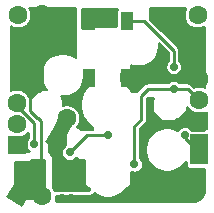
<source format=gtl>
G04 #@! TF.GenerationSoftware,KiCad,Pcbnew,(5.1.5)-3*
G04 #@! TF.CreationDate,2020-05-06T14:38:41+02:00*
G04 #@! TF.ProjectId,Cherry-Mx-Bitboard-Re-19.05mm,43686572-7279-42d4-9d78-2d426974626f,1*
G04 #@! TF.SameCoordinates,Original*
G04 #@! TF.FileFunction,Copper,L1,Top*
G04 #@! TF.FilePolarity,Positive*
%FSLAX46Y46*%
G04 Gerber Fmt 4.6, Leading zero omitted, Abs format (unit mm)*
G04 Created by KiCad (PCBNEW (5.1.5)-3) date 2020-05-06 14:38:41*
%MOMM*%
%LPD*%
G04 APERTURE LIST*
%ADD10R,2.600000X2.600000*%
%ADD11R,1.600000X2.600000*%
%ADD12C,1.600000*%
%ADD13C,0.100000*%
%ADD14R,1.000000X1.500000*%
%ADD15R,1.600000X1.600000*%
%ADD16C,0.700000*%
%ADD17C,0.300000*%
%ADD18C,0.250000*%
%ADD19C,0.254000*%
%ADD20C,0.200000*%
G04 APERTURE END LIST*
D10*
X89370000Y-59765000D03*
D11*
X100395000Y-57565000D03*
D12*
X89189223Y-54938357D03*
G04 #@! TA.AperFunction,ComponentPad*
D13*
G36*
X85339873Y-62469553D02*
G01*
X83990447Y-61609873D01*
X84850127Y-60260447D01*
X86199553Y-61120127D01*
X85339873Y-62469553D01*
G37*
G04 #@! TD.AperFunction*
D14*
X91033600Y-46659800D03*
X94233600Y-46659800D03*
X91033600Y-51559800D03*
X94233600Y-51559800D03*
D12*
X87045000Y-61515000D03*
G04 #@! TA.AperFunction,SMDPad,CuDef*
D13*
G36*
X88128280Y-57435882D02*
G01*
X87327058Y-56925447D01*
X88025548Y-55829038D01*
X88826770Y-56339473D01*
X88128280Y-57435882D01*
G37*
G04 #@! TD.AperFunction*
G04 #@! TA.AperFunction,SMDPad,CuDef*
G36*
X86220866Y-60429922D02*
G01*
X85419644Y-59919487D01*
X86118134Y-58823078D01*
X86919356Y-59333513D01*
X86220866Y-60429922D01*
G37*
G04 #@! TD.AperFunction*
D12*
X84963000Y-53615000D03*
D15*
X100345000Y-55165000D03*
D12*
X87045000Y-46115000D03*
X84963000Y-55415000D03*
X100345000Y-51565000D03*
D15*
X84963000Y-57215000D03*
D12*
X100345000Y-53365000D03*
X100245000Y-46215000D03*
X85045000Y-46215000D03*
D16*
X99145000Y-56315000D03*
X86395000Y-57115000D03*
X89395000Y-57815000D03*
X92670600Y-56339400D03*
X95445000Y-51215000D03*
X90545000Y-55165000D03*
X94895000Y-58815000D03*
X98245000Y-52415000D03*
X98245000Y-50615000D03*
X93145000Y-46815000D03*
X89545000Y-61715000D03*
X88745000Y-61715000D03*
X95845000Y-61215000D03*
X97845000Y-60615000D03*
X100045000Y-61015000D03*
D17*
X89370000Y-55119134D02*
X89189223Y-54938357D01*
D18*
X89370000Y-59765000D02*
X88213000Y-59765000D01*
X89189223Y-54938357D02*
X89189223Y-55520151D01*
X86895000Y-61365000D02*
X87045000Y-61515000D01*
X85095000Y-61365000D02*
X86895000Y-61365000D01*
X86868000Y-58928000D02*
X86169500Y-59626500D01*
X86995000Y-55130334D02*
X86995000Y-58928000D01*
X87045000Y-52265000D02*
X86069099Y-53240901D01*
X86069099Y-53240901D02*
X86069099Y-54331433D01*
X87045000Y-46115000D02*
X87045000Y-52265000D01*
X86755567Y-54890901D02*
X86995000Y-55130334D01*
X86628567Y-54890901D02*
X86755567Y-54890901D01*
X86069099Y-54331433D02*
X86628567Y-54890901D01*
X100491000Y-57565000D02*
X100869991Y-57565000D01*
X100112158Y-57565000D02*
X100914990Y-57565000D01*
X99145000Y-56315000D02*
X99145000Y-56597842D01*
X99145000Y-56597842D02*
X100112158Y-57565000D01*
X84963000Y-53615000D02*
X84963000Y-53720322D01*
X94233600Y-51809800D02*
X94995000Y-52571200D01*
X94233600Y-51559800D02*
X94233600Y-51809800D01*
X84963000Y-53615000D02*
X84963000Y-53897998D01*
X84963000Y-53615000D02*
X84963000Y-53883000D01*
X84963000Y-53883000D02*
X86395000Y-55315000D01*
X86395000Y-55315000D02*
X86395000Y-57115000D01*
X86395000Y-57115000D02*
X86395000Y-57115000D01*
X90870600Y-56339400D02*
X89594999Y-57615001D01*
X89594999Y-57615001D02*
X89395000Y-57815000D01*
X92670600Y-56339400D02*
X90870600Y-56339400D01*
X91033600Y-51559800D02*
X91033600Y-51809800D01*
X94895000Y-57815000D02*
X94895000Y-57815000D01*
X95420001Y-55039999D02*
X95420001Y-53039999D01*
X94895000Y-58815000D02*
X94895000Y-55565000D01*
X94895000Y-55565000D02*
X95420001Y-55039999D01*
X95689800Y-46659800D02*
X94233600Y-46659800D01*
X98245000Y-50615000D02*
X98245000Y-49215000D01*
X98245000Y-49215000D02*
X95689800Y-46659800D01*
X100345000Y-53365000D02*
X99395000Y-52415000D01*
X99395000Y-52415000D02*
X98245000Y-52415000D01*
X96045000Y-52415000D02*
X95420001Y-53039999D01*
X98245000Y-52415000D02*
X96045000Y-52415000D01*
X92989800Y-46659800D02*
X93145000Y-46815000D01*
X91033600Y-46659800D02*
X92989800Y-46659800D01*
D19*
G36*
X87249000Y-58500012D02*
G01*
X87249000Y-61090000D01*
X87260270Y-61209104D01*
X87295491Y-61328499D01*
X87353328Y-61438729D01*
X87431558Y-61535557D01*
X87518000Y-61607614D01*
X87518000Y-61675000D01*
X86154352Y-61675001D01*
X85448108Y-61654412D01*
X85285727Y-61638490D01*
X85168594Y-61603126D01*
X85060563Y-61545685D01*
X84965743Y-61468352D01*
X84887749Y-61374074D01*
X84829556Y-61266448D01*
X84793373Y-61149560D01*
X84777753Y-61000943D01*
X84784689Y-60299595D01*
X84785000Y-60296434D01*
X84785000Y-60268111D01*
X84785279Y-60239896D01*
X84785000Y-60236744D01*
X84785000Y-58653072D01*
X85763000Y-58653072D01*
X85887482Y-58640812D01*
X86007180Y-58604502D01*
X86117494Y-58545537D01*
X86214185Y-58466185D01*
X86234033Y-58442000D01*
X87205915Y-58442000D01*
X87249000Y-58500012D01*
G37*
X87249000Y-58500012D02*
X87249000Y-61090000D01*
X87260270Y-61209104D01*
X87295491Y-61328499D01*
X87353328Y-61438729D01*
X87431558Y-61535557D01*
X87518000Y-61607614D01*
X87518000Y-61675000D01*
X86154352Y-61675001D01*
X85448108Y-61654412D01*
X85285727Y-61638490D01*
X85168594Y-61603126D01*
X85060563Y-61545685D01*
X84965743Y-61468352D01*
X84887749Y-61374074D01*
X84829556Y-61266448D01*
X84793373Y-61149560D01*
X84777753Y-61000943D01*
X84784689Y-60299595D01*
X84785000Y-60296434D01*
X84785000Y-60268111D01*
X84785279Y-60239896D01*
X84785000Y-60236744D01*
X84785000Y-58653072D01*
X85763000Y-58653072D01*
X85887482Y-58640812D01*
X86007180Y-58604502D01*
X86117494Y-58545537D01*
X86214185Y-58466185D01*
X86234033Y-58442000D01*
X87205915Y-58442000D01*
X87249000Y-58500012D01*
G36*
X96400917Y-53413344D02*
G01*
X96348000Y-53679377D01*
X96348000Y-53950623D01*
X96400917Y-54216656D01*
X96504718Y-54467254D01*
X96655414Y-54692787D01*
X96847213Y-54884586D01*
X97072746Y-55035282D01*
X97323344Y-55139083D01*
X97589377Y-55192000D01*
X97860623Y-55192000D01*
X98126656Y-55139083D01*
X98377254Y-55035282D01*
X98408206Y-55014601D01*
X98503165Y-54995712D01*
X98726629Y-54903151D01*
X98927740Y-54768772D01*
X99098772Y-54597740D01*
X99233151Y-54396629D01*
X99325712Y-54173165D01*
X99358682Y-54007416D01*
X99430764Y-54115294D01*
X99594706Y-54279236D01*
X99787481Y-54408044D01*
X100001682Y-54496769D01*
X100229076Y-54542000D01*
X100460924Y-54542000D01*
X100688318Y-54496769D01*
X100763000Y-54465835D01*
X100763001Y-54796230D01*
X100763000Y-54796239D01*
X100763000Y-55886176D01*
X99732825Y-55886176D01*
X99709698Y-55851564D01*
X99608436Y-55750302D01*
X99489364Y-55670741D01*
X99357058Y-55615938D01*
X99216603Y-55588000D01*
X99073397Y-55588000D01*
X98932942Y-55615938D01*
X98800636Y-55670741D01*
X98681564Y-55750302D01*
X98580302Y-55851564D01*
X98542915Y-55907518D01*
X98534093Y-55901624D01*
X98192501Y-55760132D01*
X97829868Y-55688000D01*
X97460132Y-55688000D01*
X97097499Y-55760132D01*
X96755907Y-55901624D01*
X96448482Y-56107039D01*
X96187039Y-56368482D01*
X95981624Y-56675907D01*
X95840132Y-57017499D01*
X95768000Y-57380132D01*
X95768000Y-57749868D01*
X95840132Y-58112501D01*
X95981624Y-58454093D01*
X96187039Y-58761518D01*
X96448482Y-59022961D01*
X96755907Y-59228376D01*
X97097499Y-59369868D01*
X97460132Y-59442000D01*
X97829868Y-59442000D01*
X98192501Y-59369868D01*
X98534093Y-59228376D01*
X98841518Y-59022961D01*
X99102961Y-58761518D01*
X99216176Y-58592080D01*
X99216176Y-58865000D01*
X99223455Y-58938905D01*
X99245012Y-59009970D01*
X99280019Y-59075463D01*
X99327131Y-59132869D01*
X99384537Y-59179981D01*
X99450030Y-59214988D01*
X99521095Y-59236545D01*
X99595000Y-59243824D01*
X100763001Y-59243824D01*
X100763001Y-60246238D01*
X100763000Y-60813150D01*
X100760987Y-61015613D01*
X100742091Y-61208324D01*
X100692103Y-61373892D01*
X100610909Y-61526596D01*
X100501601Y-61660622D01*
X100368336Y-61770868D01*
X100216203Y-61853126D01*
X100050987Y-61904269D01*
X99860159Y-61924326D01*
X99142713Y-61933000D01*
X93685287Y-61933002D01*
X93163763Y-61933000D01*
X92126238Y-61933000D01*
X92126230Y-61933001D01*
X91888761Y-61932999D01*
X91851238Y-61932999D01*
X88280000Y-61933000D01*
X88280000Y-61470047D01*
X91142110Y-61491989D01*
X91218549Y-61484756D01*
X91289272Y-61463303D01*
X91354450Y-61428464D01*
X91411579Y-61381579D01*
X91458464Y-61324450D01*
X91493303Y-61259272D01*
X91494908Y-61253982D01*
X91755907Y-61428376D01*
X92097499Y-61569868D01*
X92460132Y-61642000D01*
X92829868Y-61642000D01*
X93192501Y-61569868D01*
X93534093Y-61428376D01*
X93841518Y-61222961D01*
X94102961Y-60961518D01*
X94191415Y-60829137D01*
X94211000Y-60831066D01*
X94231977Y-60829000D01*
X94231978Y-60829000D01*
X94294707Y-60822822D01*
X94375196Y-60798405D01*
X94449376Y-60758755D01*
X94514395Y-60705395D01*
X94567755Y-60640376D01*
X94607405Y-60566196D01*
X94631822Y-60485707D01*
X94640066Y-60402000D01*
X94638000Y-60381022D01*
X94638000Y-59495446D01*
X94682942Y-59514062D01*
X94823397Y-59542000D01*
X94966603Y-59542000D01*
X95107058Y-59514062D01*
X95239364Y-59459259D01*
X95358436Y-59379698D01*
X95459698Y-59278436D01*
X95539259Y-59159364D01*
X95594062Y-59027058D01*
X95622000Y-58886603D01*
X95622000Y-58743397D01*
X95594062Y-58602942D01*
X95539259Y-58470636D01*
X95459698Y-58351564D01*
X95397000Y-58288866D01*
X95397000Y-57839653D01*
X95399428Y-57815000D01*
X95397000Y-57790347D01*
X95397000Y-55772934D01*
X95757539Y-55412396D01*
X95776685Y-55396683D01*
X95792398Y-55377537D01*
X95792401Y-55377534D01*
X95839418Y-55320245D01*
X95886032Y-55233036D01*
X95914737Y-55138409D01*
X95916356Y-55121965D01*
X95922001Y-55064652D01*
X95922001Y-55064645D01*
X95924428Y-55039999D01*
X95922001Y-55015354D01*
X95922001Y-53247933D01*
X95977934Y-53192000D01*
X96492601Y-53192000D01*
X96400917Y-53413344D01*
G37*
X96400917Y-53413344D02*
X96348000Y-53679377D01*
X96348000Y-53950623D01*
X96400917Y-54216656D01*
X96504718Y-54467254D01*
X96655414Y-54692787D01*
X96847213Y-54884586D01*
X97072746Y-55035282D01*
X97323344Y-55139083D01*
X97589377Y-55192000D01*
X97860623Y-55192000D01*
X98126656Y-55139083D01*
X98377254Y-55035282D01*
X98408206Y-55014601D01*
X98503165Y-54995712D01*
X98726629Y-54903151D01*
X98927740Y-54768772D01*
X99098772Y-54597740D01*
X99233151Y-54396629D01*
X99325712Y-54173165D01*
X99358682Y-54007416D01*
X99430764Y-54115294D01*
X99594706Y-54279236D01*
X99787481Y-54408044D01*
X100001682Y-54496769D01*
X100229076Y-54542000D01*
X100460924Y-54542000D01*
X100688318Y-54496769D01*
X100763000Y-54465835D01*
X100763001Y-54796230D01*
X100763000Y-54796239D01*
X100763000Y-55886176D01*
X99732825Y-55886176D01*
X99709698Y-55851564D01*
X99608436Y-55750302D01*
X99489364Y-55670741D01*
X99357058Y-55615938D01*
X99216603Y-55588000D01*
X99073397Y-55588000D01*
X98932942Y-55615938D01*
X98800636Y-55670741D01*
X98681564Y-55750302D01*
X98580302Y-55851564D01*
X98542915Y-55907518D01*
X98534093Y-55901624D01*
X98192501Y-55760132D01*
X97829868Y-55688000D01*
X97460132Y-55688000D01*
X97097499Y-55760132D01*
X96755907Y-55901624D01*
X96448482Y-56107039D01*
X96187039Y-56368482D01*
X95981624Y-56675907D01*
X95840132Y-57017499D01*
X95768000Y-57380132D01*
X95768000Y-57749868D01*
X95840132Y-58112501D01*
X95981624Y-58454093D01*
X96187039Y-58761518D01*
X96448482Y-59022961D01*
X96755907Y-59228376D01*
X97097499Y-59369868D01*
X97460132Y-59442000D01*
X97829868Y-59442000D01*
X98192501Y-59369868D01*
X98534093Y-59228376D01*
X98841518Y-59022961D01*
X99102961Y-58761518D01*
X99216176Y-58592080D01*
X99216176Y-58865000D01*
X99223455Y-58938905D01*
X99245012Y-59009970D01*
X99280019Y-59075463D01*
X99327131Y-59132869D01*
X99384537Y-59179981D01*
X99450030Y-59214988D01*
X99521095Y-59236545D01*
X99595000Y-59243824D01*
X100763001Y-59243824D01*
X100763001Y-60246238D01*
X100763000Y-60813150D01*
X100760987Y-61015613D01*
X100742091Y-61208324D01*
X100692103Y-61373892D01*
X100610909Y-61526596D01*
X100501601Y-61660622D01*
X100368336Y-61770868D01*
X100216203Y-61853126D01*
X100050987Y-61904269D01*
X99860159Y-61924326D01*
X99142713Y-61933000D01*
X93685287Y-61933002D01*
X93163763Y-61933000D01*
X92126238Y-61933000D01*
X92126230Y-61933001D01*
X91888761Y-61932999D01*
X91851238Y-61932999D01*
X88280000Y-61933000D01*
X88280000Y-61470047D01*
X91142110Y-61491989D01*
X91218549Y-61484756D01*
X91289272Y-61463303D01*
X91354450Y-61428464D01*
X91411579Y-61381579D01*
X91458464Y-61324450D01*
X91493303Y-61259272D01*
X91494908Y-61253982D01*
X91755907Y-61428376D01*
X92097499Y-61569868D01*
X92460132Y-61642000D01*
X92829868Y-61642000D01*
X93192501Y-61569868D01*
X93534093Y-61428376D01*
X93841518Y-61222961D01*
X94102961Y-60961518D01*
X94191415Y-60829137D01*
X94211000Y-60831066D01*
X94231977Y-60829000D01*
X94231978Y-60829000D01*
X94294707Y-60822822D01*
X94375196Y-60798405D01*
X94449376Y-60758755D01*
X94514395Y-60705395D01*
X94567755Y-60640376D01*
X94607405Y-60566196D01*
X94631822Y-60485707D01*
X94640066Y-60402000D01*
X94638000Y-60381022D01*
X94638000Y-59495446D01*
X94682942Y-59514062D01*
X94823397Y-59542000D01*
X94966603Y-59542000D01*
X95107058Y-59514062D01*
X95239364Y-59459259D01*
X95358436Y-59379698D01*
X95459698Y-59278436D01*
X95539259Y-59159364D01*
X95594062Y-59027058D01*
X95622000Y-58886603D01*
X95622000Y-58743397D01*
X95594062Y-58602942D01*
X95539259Y-58470636D01*
X95459698Y-58351564D01*
X95397000Y-58288866D01*
X95397000Y-57839653D01*
X95399428Y-57815000D01*
X95397000Y-57790347D01*
X95397000Y-55772934D01*
X95757539Y-55412396D01*
X95776685Y-55396683D01*
X95792398Y-55377537D01*
X95792401Y-55377534D01*
X95839418Y-55320245D01*
X95886032Y-55233036D01*
X95914737Y-55138409D01*
X95916356Y-55121965D01*
X95922001Y-55064652D01*
X95922001Y-55064645D01*
X95924428Y-55039999D01*
X95922001Y-55015354D01*
X95922001Y-53247933D01*
X95977934Y-53192000D01*
X96492601Y-53192000D01*
X96400917Y-53413344D01*
G36*
X85893001Y-56588865D02*
G01*
X85830302Y-56651564D01*
X85750741Y-56770636D01*
X85695938Y-56902942D01*
X85668000Y-57043397D01*
X85668000Y-57186603D01*
X85695938Y-57327058D01*
X85750741Y-57459364D01*
X85830302Y-57578436D01*
X85931564Y-57679698D01*
X85932016Y-57680000D01*
X84527000Y-57680000D01*
X84527000Y-56508379D01*
X84619682Y-56546769D01*
X84847076Y-56592000D01*
X85078924Y-56592000D01*
X85306318Y-56546769D01*
X85520519Y-56458044D01*
X85713294Y-56329236D01*
X85877236Y-56165294D01*
X85893000Y-56141701D01*
X85893001Y-56588865D01*
G37*
X85893001Y-56588865D02*
X85830302Y-56651564D01*
X85750741Y-56770636D01*
X85695938Y-56902942D01*
X85668000Y-57043397D01*
X85668000Y-57186603D01*
X85695938Y-57327058D01*
X85750741Y-57459364D01*
X85830302Y-57578436D01*
X85931564Y-57679698D01*
X85932016Y-57680000D01*
X84527000Y-57680000D01*
X84527000Y-56508379D01*
X84619682Y-56546769D01*
X84847076Y-56592000D01*
X85078924Y-56592000D01*
X85306318Y-56546769D01*
X85520519Y-56458044D01*
X85713294Y-56329236D01*
X85877236Y-56165294D01*
X85893000Y-56141701D01*
X85893001Y-56588865D01*
G36*
X92126238Y-45697000D02*
G01*
X93420537Y-45697000D01*
X93418619Y-45699337D01*
X93383612Y-45764830D01*
X93362055Y-45835895D01*
X93354776Y-45909800D01*
X93354776Y-47098000D01*
X91079977Y-47098000D01*
X91059000Y-47095934D01*
X91038022Y-47098000D01*
X90975293Y-47104178D01*
X90894804Y-47128595D01*
X90820624Y-47168245D01*
X90755605Y-47221605D01*
X90702245Y-47286624D01*
X90701510Y-47288000D01*
X90422000Y-47288000D01*
X90422000Y-45697000D01*
X92126228Y-45696999D01*
X92126238Y-45697000D01*
G37*
X92126238Y-45697000D02*
X93420537Y-45697000D01*
X93418619Y-45699337D01*
X93383612Y-45764830D01*
X93362055Y-45835895D01*
X93354776Y-45909800D01*
X93354776Y-47098000D01*
X91079977Y-47098000D01*
X91059000Y-47095934D01*
X91038022Y-47098000D01*
X90975293Y-47104178D01*
X90894804Y-47128595D01*
X90820624Y-47168245D01*
X90755605Y-47221605D01*
X90702245Y-47286624D01*
X90701510Y-47288000D01*
X90422000Y-47288000D01*
X90422000Y-45697000D01*
X92126228Y-45696999D01*
X92126238Y-45697000D01*
G36*
X89490471Y-55340077D02*
G01*
X89031408Y-56258204D01*
X89022510Y-56281456D01*
X89018000Y-56315000D01*
X89018000Y-57192548D01*
X88931564Y-57250302D01*
X88830302Y-57351564D01*
X88750741Y-57470636D01*
X88695938Y-57602942D01*
X88668000Y-57743397D01*
X88668000Y-57886603D01*
X88695938Y-58027058D01*
X88750741Y-58159364D01*
X88830302Y-58278436D01*
X88931564Y-58379698D01*
X89050636Y-58459259D01*
X89182942Y-58514062D01*
X89323397Y-58542000D01*
X89466603Y-58542000D01*
X89607058Y-58514062D01*
X89739364Y-58459259D01*
X89858436Y-58379698D01*
X89944264Y-58293870D01*
X90055197Y-58404803D01*
X90074443Y-58420597D01*
X90096399Y-58432333D01*
X90120224Y-58439560D01*
X90145000Y-58442000D01*
X90609000Y-58442000D01*
X90609001Y-60381012D01*
X90606934Y-60402000D01*
X90615178Y-60485707D01*
X90639595Y-60566196D01*
X90679245Y-60640376D01*
X90732605Y-60705395D01*
X90797624Y-60758755D01*
X90871804Y-60798405D01*
X90952293Y-60822822D01*
X91015022Y-60829000D01*
X91015023Y-60829000D01*
X91018000Y-60829293D01*
X91018000Y-60987023D01*
X88090986Y-60964583D01*
X88088044Y-60957481D01*
X88011000Y-60842176D01*
X88011000Y-58290000D01*
X88008560Y-58265224D01*
X88001333Y-58241399D01*
X87985957Y-58214278D01*
X87630000Y-57734997D01*
X87630000Y-56805020D01*
X88588281Y-54739092D01*
X88634586Y-54692787D01*
X88718137Y-54567743D01*
X89490471Y-55340077D01*
G37*
X89490471Y-55340077D02*
X89031408Y-56258204D01*
X89022510Y-56281456D01*
X89018000Y-56315000D01*
X89018000Y-57192548D01*
X88931564Y-57250302D01*
X88830302Y-57351564D01*
X88750741Y-57470636D01*
X88695938Y-57602942D01*
X88668000Y-57743397D01*
X88668000Y-57886603D01*
X88695938Y-58027058D01*
X88750741Y-58159364D01*
X88830302Y-58278436D01*
X88931564Y-58379698D01*
X89050636Y-58459259D01*
X89182942Y-58514062D01*
X89323397Y-58542000D01*
X89466603Y-58542000D01*
X89607058Y-58514062D01*
X89739364Y-58459259D01*
X89858436Y-58379698D01*
X89944264Y-58293870D01*
X90055197Y-58404803D01*
X90074443Y-58420597D01*
X90096399Y-58432333D01*
X90120224Y-58439560D01*
X90145000Y-58442000D01*
X90609000Y-58442000D01*
X90609001Y-60381012D01*
X90606934Y-60402000D01*
X90615178Y-60485707D01*
X90639595Y-60566196D01*
X90679245Y-60640376D01*
X90732605Y-60705395D01*
X90797624Y-60758755D01*
X90871804Y-60798405D01*
X90952293Y-60822822D01*
X91015022Y-60829000D01*
X91015023Y-60829000D01*
X91018000Y-60829293D01*
X91018000Y-60987023D01*
X88090986Y-60964583D01*
X88088044Y-60957481D01*
X88011000Y-60842176D01*
X88011000Y-58290000D01*
X88008560Y-58265224D01*
X88001333Y-58241399D01*
X87985957Y-58214278D01*
X87630000Y-57734997D01*
X87630000Y-56805020D01*
X88588281Y-54739092D01*
X88634586Y-54692787D01*
X88718137Y-54567743D01*
X89490471Y-55340077D01*
D20*
G36*
X99297300Y-45635386D02*
G01*
X99261331Y-45689218D01*
X99177657Y-45891225D01*
X99135000Y-46105675D01*
X99135000Y-46324325D01*
X99177657Y-46538775D01*
X99261331Y-46740782D01*
X99382807Y-46922584D01*
X99537416Y-47077193D01*
X99719218Y-47198669D01*
X99921225Y-47282343D01*
X100135675Y-47325000D01*
X100354325Y-47325000D01*
X100568775Y-47282343D01*
X100770782Y-47198669D01*
X100823826Y-47163226D01*
X100830000Y-47321149D01*
X100830000Y-47749528D01*
X100830001Y-52364439D01*
X100668775Y-52297657D01*
X100454325Y-52255000D01*
X100235675Y-52255000D01*
X100021225Y-52297657D01*
X99930443Y-52335260D01*
X99717700Y-52122518D01*
X99704079Y-52105921D01*
X99637842Y-52051561D01*
X99562272Y-52011169D01*
X99480275Y-51986295D01*
X99416362Y-51980000D01*
X99416354Y-51980000D01*
X99395000Y-51977897D01*
X99373646Y-51980000D01*
X98743380Y-51980000D01*
X98665725Y-51902345D01*
X98557627Y-51830116D01*
X98437515Y-51780364D01*
X98310004Y-51755000D01*
X98179996Y-51755000D01*
X98052485Y-51780364D01*
X97932373Y-51830116D01*
X97824275Y-51902345D01*
X97746620Y-51980000D01*
X96066353Y-51980000D01*
X96044999Y-51977897D01*
X96023645Y-51980000D01*
X96023638Y-51980000D01*
X95968014Y-51985479D01*
X95959724Y-51986295D01*
X95934850Y-51993841D01*
X95877728Y-52011169D01*
X95802158Y-52051561D01*
X95735921Y-52105921D01*
X95722304Y-52122513D01*
X95129818Y-52715000D01*
X94688216Y-52715000D01*
X94439294Y-52342461D01*
X94117539Y-52020706D01*
X93745000Y-51771784D01*
X93745000Y-51060000D01*
X94216324Y-51060000D01*
X94234000Y-51061741D01*
X94251676Y-51060000D01*
X94304572Y-51054790D01*
X94372432Y-51034205D01*
X94434973Y-51000777D01*
X94489790Y-50955790D01*
X94534777Y-50900973D01*
X94568205Y-50838432D01*
X94588790Y-50770572D01*
X94595741Y-50700000D01*
X94594000Y-50682324D01*
X94594000Y-50449330D01*
X94657042Y-50475443D01*
X95006731Y-50545000D01*
X95363269Y-50545000D01*
X95712958Y-50475443D01*
X96042357Y-50339001D01*
X96338808Y-50140919D01*
X96590919Y-49888808D01*
X96789001Y-49592357D01*
X96925443Y-49262958D01*
X96995000Y-48913269D01*
X96995000Y-48580183D01*
X97810001Y-49395184D01*
X97810000Y-50116620D01*
X97732345Y-50194275D01*
X97660116Y-50302373D01*
X97610364Y-50422485D01*
X97585000Y-50549996D01*
X97585000Y-50680004D01*
X97610364Y-50807515D01*
X97660116Y-50927627D01*
X97732345Y-51035725D01*
X97824275Y-51127655D01*
X97932373Y-51199884D01*
X98052485Y-51249636D01*
X98179996Y-51275000D01*
X98310004Y-51275000D01*
X98437515Y-51249636D01*
X98557627Y-51199884D01*
X98665725Y-51127655D01*
X98757655Y-51035725D01*
X98829884Y-50927627D01*
X98879636Y-50807515D01*
X98905000Y-50680004D01*
X98905000Y-50549996D01*
X98879636Y-50422485D01*
X98829884Y-50302373D01*
X98757655Y-50194275D01*
X98680000Y-50116620D01*
X98680000Y-49236353D01*
X98682103Y-49214999D01*
X98680000Y-49193645D01*
X98680000Y-49193638D01*
X98673705Y-49129725D01*
X98648831Y-49047728D01*
X98608439Y-48972158D01*
X98554079Y-48905921D01*
X98537488Y-48892305D01*
X96245000Y-46599818D01*
X96245000Y-45629999D01*
X99139617Y-45629998D01*
X99297300Y-45635386D01*
G37*
X99297300Y-45635386D02*
X99261331Y-45689218D01*
X99177657Y-45891225D01*
X99135000Y-46105675D01*
X99135000Y-46324325D01*
X99177657Y-46538775D01*
X99261331Y-46740782D01*
X99382807Y-46922584D01*
X99537416Y-47077193D01*
X99719218Y-47198669D01*
X99921225Y-47282343D01*
X100135675Y-47325000D01*
X100354325Y-47325000D01*
X100568775Y-47282343D01*
X100770782Y-47198669D01*
X100823826Y-47163226D01*
X100830000Y-47321149D01*
X100830000Y-47749528D01*
X100830001Y-52364439D01*
X100668775Y-52297657D01*
X100454325Y-52255000D01*
X100235675Y-52255000D01*
X100021225Y-52297657D01*
X99930443Y-52335260D01*
X99717700Y-52122518D01*
X99704079Y-52105921D01*
X99637842Y-52051561D01*
X99562272Y-52011169D01*
X99480275Y-51986295D01*
X99416362Y-51980000D01*
X99416354Y-51980000D01*
X99395000Y-51977897D01*
X99373646Y-51980000D01*
X98743380Y-51980000D01*
X98665725Y-51902345D01*
X98557627Y-51830116D01*
X98437515Y-51780364D01*
X98310004Y-51755000D01*
X98179996Y-51755000D01*
X98052485Y-51780364D01*
X97932373Y-51830116D01*
X97824275Y-51902345D01*
X97746620Y-51980000D01*
X96066353Y-51980000D01*
X96044999Y-51977897D01*
X96023645Y-51980000D01*
X96023638Y-51980000D01*
X95968014Y-51985479D01*
X95959724Y-51986295D01*
X95934850Y-51993841D01*
X95877728Y-52011169D01*
X95802158Y-52051561D01*
X95735921Y-52105921D01*
X95722304Y-52122513D01*
X95129818Y-52715000D01*
X94688216Y-52715000D01*
X94439294Y-52342461D01*
X94117539Y-52020706D01*
X93745000Y-51771784D01*
X93745000Y-51060000D01*
X94216324Y-51060000D01*
X94234000Y-51061741D01*
X94251676Y-51060000D01*
X94304572Y-51054790D01*
X94372432Y-51034205D01*
X94434973Y-51000777D01*
X94489790Y-50955790D01*
X94534777Y-50900973D01*
X94568205Y-50838432D01*
X94588790Y-50770572D01*
X94595741Y-50700000D01*
X94594000Y-50682324D01*
X94594000Y-50449330D01*
X94657042Y-50475443D01*
X95006731Y-50545000D01*
X95363269Y-50545000D01*
X95712958Y-50475443D01*
X96042357Y-50339001D01*
X96338808Y-50140919D01*
X96590919Y-49888808D01*
X96789001Y-49592357D01*
X96925443Y-49262958D01*
X96995000Y-48913269D01*
X96995000Y-48580183D01*
X97810001Y-49395184D01*
X97810000Y-50116620D01*
X97732345Y-50194275D01*
X97660116Y-50302373D01*
X97610364Y-50422485D01*
X97585000Y-50549996D01*
X97585000Y-50680004D01*
X97610364Y-50807515D01*
X97660116Y-50927627D01*
X97732345Y-51035725D01*
X97824275Y-51127655D01*
X97932373Y-51199884D01*
X98052485Y-51249636D01*
X98179996Y-51275000D01*
X98310004Y-51275000D01*
X98437515Y-51249636D01*
X98557627Y-51199884D01*
X98665725Y-51127655D01*
X98757655Y-51035725D01*
X98829884Y-50927627D01*
X98879636Y-50807515D01*
X98905000Y-50680004D01*
X98905000Y-50549996D01*
X98879636Y-50422485D01*
X98829884Y-50302373D01*
X98757655Y-50194275D01*
X98680000Y-50116620D01*
X98680000Y-49236353D01*
X98682103Y-49214999D01*
X98680000Y-49193645D01*
X98680000Y-49193638D01*
X98673705Y-49129725D01*
X98648831Y-49047728D01*
X98608439Y-48972158D01*
X98554079Y-48905921D01*
X98537488Y-48892305D01*
X96245000Y-46599818D01*
X96245000Y-45629999D01*
X99139617Y-45629998D01*
X99297300Y-45635386D01*
G36*
X90758223Y-50900973D02*
G01*
X90803210Y-50955790D01*
X90858027Y-51000777D01*
X90920568Y-51034205D01*
X90988428Y-51054790D01*
X91041324Y-51060000D01*
X91059000Y-51061741D01*
X91076676Y-51060000D01*
X91395000Y-51060000D01*
X91395000Y-51872010D01*
X91172461Y-52020706D01*
X90850706Y-52342461D01*
X90597905Y-52720805D01*
X90423772Y-53141198D01*
X90335000Y-53587485D01*
X90335000Y-54042515D01*
X90423772Y-54488802D01*
X90597905Y-54909195D01*
X90850706Y-55287539D01*
X91172461Y-55609294D01*
X91395000Y-55757990D01*
X91395000Y-55904400D01*
X90891953Y-55904400D01*
X90870599Y-55902297D01*
X90849245Y-55904400D01*
X90849238Y-55904400D01*
X90793614Y-55909879D01*
X90785324Y-55910695D01*
X90760450Y-55918241D01*
X90703328Y-55935569D01*
X90648265Y-55965000D01*
X90336422Y-55965000D01*
X90034390Y-55662968D01*
X90051416Y-55645941D01*
X90172892Y-55464139D01*
X90256566Y-55262132D01*
X90299223Y-55047682D01*
X90299223Y-54829032D01*
X90256566Y-54614582D01*
X90172892Y-54412575D01*
X90051416Y-54230773D01*
X89896807Y-54076164D01*
X89715005Y-53954688D01*
X89512998Y-53871014D01*
X89298548Y-53828357D01*
X89079898Y-53828357D01*
X88875000Y-53869114D01*
X88875000Y-53685976D01*
X88824658Y-53432887D01*
X88725907Y-53194482D01*
X88652144Y-53084088D01*
X88656731Y-53085000D01*
X89013269Y-53085000D01*
X89362958Y-53015443D01*
X89692357Y-52879001D01*
X89988808Y-52680919D01*
X90240919Y-52428808D01*
X90439001Y-52132357D01*
X90575443Y-51802958D01*
X90645000Y-51453269D01*
X90645000Y-51096731D01*
X90598906Y-50865000D01*
X90738996Y-50865000D01*
X90758223Y-50900973D01*
G37*
X90758223Y-50900973D02*
X90803210Y-50955790D01*
X90858027Y-51000777D01*
X90920568Y-51034205D01*
X90988428Y-51054790D01*
X91041324Y-51060000D01*
X91059000Y-51061741D01*
X91076676Y-51060000D01*
X91395000Y-51060000D01*
X91395000Y-51872010D01*
X91172461Y-52020706D01*
X90850706Y-52342461D01*
X90597905Y-52720805D01*
X90423772Y-53141198D01*
X90335000Y-53587485D01*
X90335000Y-54042515D01*
X90423772Y-54488802D01*
X90597905Y-54909195D01*
X90850706Y-55287539D01*
X91172461Y-55609294D01*
X91395000Y-55757990D01*
X91395000Y-55904400D01*
X90891953Y-55904400D01*
X90870599Y-55902297D01*
X90849245Y-55904400D01*
X90849238Y-55904400D01*
X90793614Y-55909879D01*
X90785324Y-55910695D01*
X90760450Y-55918241D01*
X90703328Y-55935569D01*
X90648265Y-55965000D01*
X90336422Y-55965000D01*
X90034390Y-55662968D01*
X90051416Y-55645941D01*
X90172892Y-55464139D01*
X90256566Y-55262132D01*
X90299223Y-55047682D01*
X90299223Y-54829032D01*
X90256566Y-54614582D01*
X90172892Y-54412575D01*
X90051416Y-54230773D01*
X89896807Y-54076164D01*
X89715005Y-53954688D01*
X89512998Y-53871014D01*
X89298548Y-53828357D01*
X89079898Y-53828357D01*
X88875000Y-53869114D01*
X88875000Y-53685976D01*
X88824658Y-53432887D01*
X88725907Y-53194482D01*
X88652144Y-53084088D01*
X88656731Y-53085000D01*
X89013269Y-53085000D01*
X89362958Y-53015443D01*
X89692357Y-52879001D01*
X89988808Y-52680919D01*
X90240919Y-52428808D01*
X90439001Y-52132357D01*
X90575443Y-51802958D01*
X90645000Y-51453269D01*
X90645000Y-51096731D01*
X90598906Y-50865000D01*
X90738996Y-50865000D01*
X90758223Y-50900973D01*
G36*
X89945000Y-49839809D02*
G01*
X89692357Y-49670999D01*
X89362958Y-49534557D01*
X89013269Y-49465000D01*
X88656731Y-49465000D01*
X88307042Y-49534557D01*
X87977643Y-49670999D01*
X87681192Y-49869081D01*
X87429081Y-50121192D01*
X87230999Y-50417643D01*
X87094557Y-50747042D01*
X87025000Y-51096731D01*
X87025000Y-51453269D01*
X87094557Y-51802958D01*
X87230999Y-52132357D01*
X87429081Y-52428808D01*
X87505273Y-52505000D01*
X87435976Y-52505000D01*
X87182887Y-52555342D01*
X86944482Y-52654093D01*
X86907937Y-52678512D01*
X86806378Y-52698713D01*
X86595108Y-52786224D01*
X86404969Y-52913270D01*
X86243270Y-53074969D01*
X86116224Y-53265108D01*
X86095558Y-53315000D01*
X86035072Y-53315000D01*
X86030343Y-53291225D01*
X85946669Y-53089218D01*
X85825193Y-52907416D01*
X85670584Y-52752807D01*
X85488782Y-52631331D01*
X85286775Y-52547657D01*
X85072325Y-52505000D01*
X84853675Y-52505000D01*
X84639225Y-52547657D01*
X84460000Y-52621894D01*
X84460000Y-47159101D01*
X84519218Y-47198669D01*
X84721225Y-47282343D01*
X84935675Y-47325000D01*
X85154325Y-47325000D01*
X85368775Y-47282343D01*
X85570782Y-47198669D01*
X85752584Y-47077193D01*
X85907193Y-46922584D01*
X86028669Y-46740782D01*
X86112343Y-46538775D01*
X86155000Y-46324325D01*
X86155000Y-46105675D01*
X86112343Y-45891225D01*
X86028669Y-45689218D01*
X85989101Y-45630000D01*
X86129527Y-45630001D01*
X86160472Y-45630001D01*
X89945000Y-45630000D01*
X89945000Y-49839809D01*
G37*
X89945000Y-49839809D02*
X89692357Y-49670999D01*
X89362958Y-49534557D01*
X89013269Y-49465000D01*
X88656731Y-49465000D01*
X88307042Y-49534557D01*
X87977643Y-49670999D01*
X87681192Y-49869081D01*
X87429081Y-50121192D01*
X87230999Y-50417643D01*
X87094557Y-50747042D01*
X87025000Y-51096731D01*
X87025000Y-51453269D01*
X87094557Y-51802958D01*
X87230999Y-52132357D01*
X87429081Y-52428808D01*
X87505273Y-52505000D01*
X87435976Y-52505000D01*
X87182887Y-52555342D01*
X86944482Y-52654093D01*
X86907937Y-52678512D01*
X86806378Y-52698713D01*
X86595108Y-52786224D01*
X86404969Y-52913270D01*
X86243270Y-53074969D01*
X86116224Y-53265108D01*
X86095558Y-53315000D01*
X86035072Y-53315000D01*
X86030343Y-53291225D01*
X85946669Y-53089218D01*
X85825193Y-52907416D01*
X85670584Y-52752807D01*
X85488782Y-52631331D01*
X85286775Y-52547657D01*
X85072325Y-52505000D01*
X84853675Y-52505000D01*
X84639225Y-52547657D01*
X84460000Y-52621894D01*
X84460000Y-47159101D01*
X84519218Y-47198669D01*
X84721225Y-47282343D01*
X84935675Y-47325000D01*
X85154325Y-47325000D01*
X85368775Y-47282343D01*
X85570782Y-47198669D01*
X85752584Y-47077193D01*
X85907193Y-46922584D01*
X86028669Y-46740782D01*
X86112343Y-46538775D01*
X86155000Y-46324325D01*
X86155000Y-46105675D01*
X86112343Y-45891225D01*
X86028669Y-45689218D01*
X85989101Y-45630000D01*
X86129527Y-45630001D01*
X86160472Y-45630001D01*
X89945000Y-45630000D01*
X89945000Y-49839809D01*
M02*

</source>
